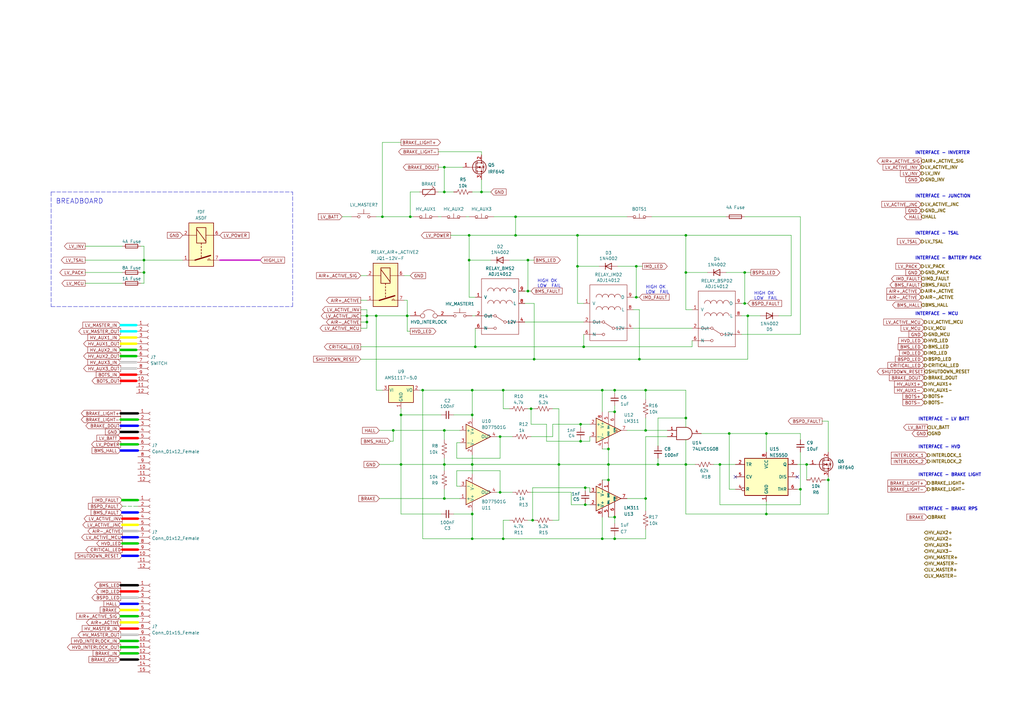
<source format=kicad_sch>
(kicad_sch (version 20211123) (generator eeschema)
  (paper "A3")
  (lib_symbols
    (symbol "74xGxx:74LVC1G08" (pin_names (offset 1.016))
      (property "Reference" "U" (at -2.54 3.81 0))
      (property "Value" "74LVC1G08" (at 0 -3.81 0))
      (symbol "74LVC1G08_1_1"
        (pin input line (at -7.62 1.27 0) (length 3.81) (name "~") (number "1"))
        (pin input line (at -7.62 -1.27 0) (length 3.81) (name "~") (number "2"))
        (pin power_in line (at 0 -2.54 270) (length 0) hide (name "GND") (number "3"))
        (pin output line (at 6.35 0 180) (length 3.81) (name "~") (number "4"))
        (pin power_in line (at 0 2.54 90) (length 0) hide (name "VCC") (number "5"))
      )
    )
    (symbol "Comparator:LM311" (pin_names (offset 0.127))
      (property "Reference" "U" (at 3.81 6.35 0))
      (property "Value" "LM311" (at 3.81 3.81 0))
      (symbol "LM311_1_1"
        (pin passive line (at 0 -7.62 90) (length 5.08) (name "GND") (number "1"))
        (pin input line (at -7.62 2.54 0) (length 2.54) (name "+") (number "2"))
        (pin input line (at -7.62 -2.54 0) (length 2.54) (name "-") (number "3"))
        (pin power_in line (at -2.54 -7.62 90) (length 3.81) (name "V-") (number "4"))
        (pin input line (at 0 7.62 270) (length 5.08) (name "BAL") (number "5"))
        (pin input line (at 2.54 7.62 270) (length 6.35) (name "STRB") (number "6"))
        (pin open_collector line (at 7.62 0 180) (length 2.54) (name "~") (number "7"))
        (pin power_in line (at -2.54 7.62 270) (length 3.81) (name "V+") (number "8"))
      )
    )
    (symbol "Connector:Conn_01x12_Female" (pin_names (offset 1.016) hide)
      (property "Reference" "J" (at 0 15.24 0))
      (property "Value" "Conn_01x12_Female" (at 0 -17.78 0))
      (symbol "Conn_01x12_Female_1_1"
        (pin passive line (at -5.08 12.7 0) (length 3.81) (name "Pin_1") (number "1"))
        (pin passive line (at -5.08 -10.16 0) (length 3.81) (name "Pin_10") (number "10"))
        (pin passive line (at -5.08 -12.7 0) (length 3.81) (name "Pin_11") (number "11"))
        (pin passive line (at -5.08 -15.24 0) (length 3.81) (name "Pin_12") (number "12"))
        (pin passive line (at -5.08 10.16 0) (length 3.81) (name "Pin_2") (number "2"))
        (pin passive line (at -5.08 7.62 0) (length 3.81) (name "Pin_3") (number "3"))
        (pin passive line (at -5.08 5.08 0) (length 3.81) (name "Pin_4") (number "4"))
        (pin passive line (at -5.08 2.54 0) (length 3.81) (name "Pin_5") (number "5"))
        (pin passive line (at -5.08 0 0) (length 3.81) (name "Pin_6") (number "6"))
        (pin passive line (at -5.08 -2.54 0) (length 3.81) (name "Pin_7") (number "7"))
        (pin passive line (at -5.08 -5.08 0) (length 3.81) (name "Pin_8") (number "8"))
        (pin passive line (at -5.08 -7.62 0) (length 3.81) (name "Pin_9") (number "9"))
      )
    )
    (symbol "Connector:Conn_01x15_Female" (pin_names (offset 1.016) hide)
      (property "Reference" "J" (at 0 20.32 0))
      (property "Value" "Conn_01x15_Female" (at 0 -20.32 0))
      (symbol "Conn_01x15_Female_1_1"
        (pin passive line (at -5.08 17.78 0) (length 3.81) (name "Pin_1") (number "1"))
        (pin passive line (at -5.08 -5.08 0) (length 3.81) (name "Pin_10") (number "10"))
        (pin passive line (at -5.08 -7.62 0) (length 3.81) (name "Pin_11") (number "11"))
        (pin passive line (at -5.08 -10.16 0) (length 3.81) (name "Pin_12") (number "12"))
        (pin passive line (at -5.08 -12.7 0) (length 3.81) (name "Pin_13") (number "13"))
        (pin passive line (at -5.08 -15.24 0) (length 3.81) (name "Pin_14") (number "14"))
        (pin passive line (at -5.08 -17.78 0) (length 3.81) (name "Pin_15") (number "15"))
        (pin passive line (at -5.08 15.24 0) (length 3.81) (name "Pin_2") (number "2"))
        (pin passive line (at -5.08 12.7 0) (length 3.81) (name "Pin_3") (number "3"))
        (pin passive line (at -5.08 10.16 0) (length 3.81) (name "Pin_4") (number "4"))
        (pin passive line (at -5.08 7.62 0) (length 3.81) (name "Pin_5") (number "5"))
        (pin passive line (at -5.08 5.08 0) (length 3.81) (name "Pin_6") (number "6"))
        (pin passive line (at -5.08 2.54 0) (length 3.81) (name "Pin_7") (number "7"))
        (pin passive line (at -5.08 0 0) (length 3.81) (name "Pin_8") (number "8"))
        (pin passive line (at -5.08 -2.54 0) (length 3.81) (name "Pin_9") (number "9"))
      )
    )
    (symbol "Device:C_Small" (pin_numbers hide) (pin_names (offset 0.254) hide)
      (property "Reference" "C" (at 0.254 1.778 0))
      (property "Value" "C_Small" (at 0.254 -2.032 0))
      (symbol "C_Small_1_1"
        (pin passive line (at 0 2.54 270) (length 2.032) (name "~") (number "1"))
        (pin passive line (at 0 -2.54 90) (length 2.032) (name "~") (number "2"))
      )
    )
    (symbol "Device:Fuse" (pin_numbers hide) (pin_names (offset 0))
      (property "Reference" "F" (at 2.032 0 90))
      (property "Value" "Fuse" (at -1.905 0 90))
      (symbol "Fuse_1_1"
        (pin passive line (at 0 3.81 270) (length 1.27) (name "~") (number "1"))
        (pin passive line (at 0 -3.81 90) (length 1.27) (name "~") (number "2"))
      )
    )
    (symbol "Device:Jumper" (pin_names (offset 0.762) hide)
      (property "Reference" "JP" (at 0 3.81 0))
      (property "Value" "Device_Jumper" (at 0 -2.032 0))
      (symbol "Jumper_0_1"
        (pin passive line (at -7.62 0 0) (length 4.191) (name "1") (number "1"))
        (pin passive line (at 7.62 0 180) (length 4.191) (name "2") (number "2"))
      )
    )
    (symbol "Device:Q_NMOS_GDS" (pin_names (offset 0) hide)
      (property "Reference" "Q" (at 5.08 1.27 0))
      (property "Value" "Q_NMOS_GDS" (at 5.08 -1.27 0))
      (symbol "Q_NMOS_GDS_1_1"
        (pin input line (at -5.08 0 0) (length 2.54) (name "G") (number "1"))
        (pin passive line (at 2.54 5.08 270) (length 2.54) (name "D") (number "2"))
        (pin passive line (at 2.54 -5.08 90) (length 2.54) (name "S") (number "3"))
      )
    )
    (symbol "Device:RTRIM" (pin_numbers hide) (pin_names (offset 0))
      (property "Reference" "R" (at 2.54 -2.54 90))
      (property "Value" "Device_RTRIM" (at -2.54 -0.635 90))
      (symbol "RTRIM_1_1"
        (pin passive line (at 0 3.81 270) (length 1.27) (name "~") (number "1"))
        (pin passive line (at 0 -3.81 90) (length 1.27) (name "~") (number "2"))
      )
    )
    (symbol "Device:R_US" (pin_numbers hide) (pin_names (offset 0))
      (property "Reference" "R" (at 2.54 0 90))
      (property "Value" "R_US" (at -2.54 0 90))
      (symbol "R_US_1_1"
        (pin passive line (at 0 3.81 270) (length 1.27) (name "~") (number "1"))
        (pin passive line (at 0 -3.81 90) (length 1.27) (name "~") (number "2"))
      )
    )
    (symbol "Diode:1N4001" (pin_numbers hide) (pin_names (offset 1.016) hide)
      (property "Reference" "D" (at 0 2.54 0))
      (property "Value" "1N4001" (at 0 -2.54 0))
      (symbol "1N4001_1_1"
        (pin passive line (at -3.81 0 0) (length 2.54) (name "K") (number "1"))
        (pin passive line (at 3.81 0 180) (length 2.54) (name "A") (number "2"))
      )
    )
    (symbol "LMV7219M5_1" (pin_names (offset 0.127))
      (property "Reference" "U?" (at 1.27 5.08 0))
      (property "Value" "BD77501G" (at 1.27 -5.08 0))
      (symbol "LMV7219M5_1_0_1"
        (pin power_in line (at -2.54 -7.62 90) (length 3.81) (name "V-") (number "2"))
        (pin power_in line (at -2.54 7.62 270) (length 3.81) (name "V+") (number "5"))
      )
      (symbol "LMV7219M5_1_1_1"
        (pin input line (at -7.62 2.54 0) (length 2.54) (name "+") (number "1"))
        (pin input line (at -7.62 -2.54 0) (length 2.54) (name "-") (number "3"))
        (pin output line (at 7.62 0 180) (length 2.54) (name "OUT") (number "4"))
      )
    )
    (symbol "NewThing:ADJ14024" (pin_names (offset 1.016))
      (property "Reference" "U" (at -5.08 27.94 0))
      (property "Value" "NewThing_ADJ14024" (at 0 0 0))
      (symbol "ADJ14024_1_1"
        (pin input line (at 10.16 17.78 180) (length 2.54) (name "V") (number "1"))
        (pin input line (at 10.16 10.16 180) (length 2.54) (name "Out") (number "2"))
        (pin input line (at -10.16 7.62 0) (length 2.54) (name "12V") (number "4"))
        (pin input line (at 10.16 5.08 180) (length 2.54) (name "N") (number "6"))
        (pin input line (at -10.16 15.24 0) (length 2.54) (name "L") (number "8"))
        (pin input line (at -10.16 20.32 0) (length 2.54) (name "D") (number "9"))
      )
    )
    (symbol "Regulator_Linear:AMS1117-5.0" (pin_names (offset 0.254))
      (property "Reference" "U" (at -3.81 3.175 0))
      (property "Value" "AMS1117-5.0" (at 0 3.175 0))
      (symbol "AMS1117-5.0_1_1"
        (pin power_in line (at 0 -7.62 90) (length 2.54) (name "GND") (number "1"))
        (pin power_out line (at 7.62 0 180) (length 2.54) (name "VO") (number "2"))
        (pin power_in line (at -7.62 0 0) (length 2.54) (name "VI") (number "3"))
      )
    )
    (symbol "Relay:DIPxx-1Axx-12x"
      (property "Reference" "K" (at 8.89 3.81 0))
      (property "Value" "DIPxx-1Axx-12x" (at 8.89 1.27 0))
      (symbol "DIPxx-1Axx-12x_1_1"
        (pin passive line (at 5.08 -7.62 90) (length 2.54) (name "~") (number "1"))
        (pin passive line (at -5.08 -7.62 90) (length 2.54) hide (name "~") (number "13"))
        (pin passive line (at 5.08 -7.62 90) (length 2.54) hide (name "~") (number "14"))
        (pin passive line (at -5.08 -7.62 90) (length 2.54) (name "~") (number "2"))
        (pin passive line (at -5.08 7.62 270) (length 2.54) (name "~") (number "6"))
        (pin passive line (at 5.08 7.62 270) (length 2.54) (name "~") (number "7"))
        (pin passive line (at 5.08 7.62 270) (length 2.54) hide (name "~") (number "8"))
      )
    )
    (symbol "Switch:SW_Push" (pin_numbers hide) (pin_names (offset 1.016) hide)
      (property "Reference" "SW" (at 1.27 2.54 0))
      (property "Value" "SW_Push" (at 0 -1.524 0))
      (symbol "SW_Push_0_1"
        (pin passive line (at -5.08 0 0) (length 2.54) (name "1") (number "1"))
        (pin passive line (at 5.08 0 180) (length 2.54) (name "2") (number "2"))
      )
    )
    (symbol "Switch:SW_Push_Open" (pin_numbers hide) (pin_names (offset 1.016) hide)
      (property "Reference" "SW" (at 0 2.54 0))
      (property "Value" "SW_Push_Open" (at 0 -1.905 0))
      (symbol "SW_Push_Open_0_1"
        (pin passive line (at -5.08 0 0) (length 2.54) (name "A") (number "1"))
      )
      (symbol "SW_Push_Open_1_1"
        (pin passive line (at 5.08 0 180) (length 2.54) (name "B") (number "2"))
      )
    )
    (symbol "Timer:NE555D"
      (property "Reference" "U" (at -10.16 8.89 0))
      (property "Value" "NE555D" (at 2.54 8.89 0))
      (symbol "NE555D_0_0"
        (pin power_in line (at 0 -10.16 90) (length 2.54) (name "GND") (number "1"))
        (pin power_in line (at 0 10.16 270) (length 2.54) (name "VCC") (number "8"))
      )
      (symbol "NE555D_1_1"
        (pin input line (at -12.7 5.08 0) (length 3.81) (name "TR") (number "2"))
        (pin output line (at 12.7 5.08 180) (length 3.81) (name "Q") (number "3"))
        (pin input inverted (at -12.7 -5.08 0) (length 3.81) (name "R") (number "4"))
        (pin input line (at -12.7 0 0) (length 3.81) (name "CV") (number "5"))
        (pin input line (at 12.7 -5.08 180) (length 3.81) (name "THR") (number "6"))
        (pin input line (at 12.7 0 180) (length 3.81) (name "DIS") (number "7"))
      )
    )
  )
  (junction (at 205.105 201.93))
  (junction (at 281.305 171.45))
  (junction (at 194.945 142.24))
  (junction (at 150.495 129.54))
  (junction (at 247.015 220.98))
  (junction (at 182.245 176.53))
  (junction (at 236.855 96.52))
  (junction (at 217.805 167.64))
  (junction (at 211.455 88.9))
  (junction (at 238.125 173.99))
  (junction (at 252.095 168.91))
  (junction (at 238.125 180.975))
  (junction (at 193.675 190.5))
  (junction (at 281.305 96.52))
  (junction (at 260.985 109.22))
  (junction (at 193.675 170.18))
  (junction (at 260.985 121.92))
  (junction (at 252.095 220.98))
  (junction (at 182.245 68.58))
  (junction (at 306.705 129.54))
  (junction (at 59.055 111.76))
  (junction (at 192.405 96.52))
  (junction (at 216.535 119.38))
  (junction (at 168.275 88.9))
  (junction (at 264.795 176.53))
  (junction (at 164.465 170.18))
  (junction (at 239.395 142.24))
  (junction (at 236.855 109.22))
  (junction (at 281.305 190.5))
  (junction (at 229.235 190.5))
  (junction (at 264.795 160.02))
  (junction (at 218.44 213.36))
  (junction (at 339.725 196.85))
  (junction (at 173.355 160.02))
  (junction (at 154.305 129.54))
  (junction (at 193.675 210.82))
  (junction (at 167.005 129.54))
  (junction (at 182.245 78.74))
  (junction (at 264.795 204.47))
  (junction (at 211.455 96.52))
  (junction (at 262.255 147.32))
  (junction (at 252.095 212.09))
  (junction (at 305.435 111.76))
  (junction (at 314.325 177.8))
  (junction (at 247.015 160.02))
  (junction (at 281.305 111.76))
  (junction (at 249.555 184.15))
  (junction (at 314.325 210.82))
  (junction (at 150.495 132.08))
  (junction (at 299.085 177.8))
  (junction (at 164.465 190.5))
  (junction (at 269.875 190.5))
  (junction (at 240.03 200.025))
  (junction (at 330.835 190.5))
  (junction (at 156.845 88.9))
  (junction (at 192.405 106.68))
  (junction (at 205.105 179.07))
  (junction (at 193.675 160.02))
  (junction (at 249.555 196.85))
  (junction (at 219.075 147.32))
  (junction (at 59.055 106.68))
  (junction (at 240.03 207.01))
  (junction (at 216.535 106.68))
  (junction (at 305.435 124.46))
  (junction (at 252.095 160.02))
  (junction (at 193.675 220.98))
  (junction (at 328.295 200.66))
  (junction (at 182.245 190.5))
  (junction (at 206.375 160.02))
  (junction (at 161.29 176.53))
  (junction (at 197.485 78.74))
  (junction (at 182.245 204.47))
  (junction (at 249.555 190.5))
  (junction (at 206.375 220.98))
  (junction (at 295.275 190.5))
  (no_connect (at 327.025 195.58))
  (no_connect (at 301.625 195.58))
  (bus_entry (at 557.53 128.27) (size 2.54 2.54))
  (wire (pts (xy 59.055 116.205) (xy 57.785 116.205)))
  (wire (pts (xy 182.245 176.53) (xy 188.595 176.53)))
  (wire (pts (xy 202.565 88.9) (xy 211.455 88.9)))
  (wire (pts (xy 305.435 124.46) (xy 306.705 124.46)))
  (wire (pts (xy 155.575 176.53) (xy 161.29 176.53)))
  (wire (pts (xy 49.53 262.89) (xy 56.515 262.89)) (stroke (width 1) (color 0 194 0 1)))
  (wire (pts (xy 216.535 167.64) (xy 217.805 167.64)))
  (wire (pts (xy 301.625 200.66) (xy 299.085 200.66)))
  (wire (pts (xy 49.53 172.085) (xy 56.515 172.085)) (stroke (width 1) (color 0 194 0 1)))
  (wire (pts (xy 49.53 184.785) (xy 56.515 184.785)) (stroke (width 1) (color 0 0 255 1)))
  (wire (pts (xy 253.365 109.22) (xy 260.985 109.22)))
  (wire (pts (xy 150.495 134.62) (xy 147.955 134.62)))
  (wire (pts (xy 164.465 190.5) (xy 164.465 210.82)))
  (wire (pts (xy 236.855 96.52) (xy 281.305 96.52)))
  (wire (pts (xy 281.305 171.45) (xy 269.875 171.45)))
  (wire (pts (xy 187.325 181.61) (xy 188.595 181.61)))
  (wire (pts (xy 167.005 135.89) (xy 168.275 135.89)))
  (wire (pts (xy 192.405 106.68) (xy 201.295 106.68)))
  (wire (pts (xy 49.53 169.545) (xy 56.515 169.545)) (stroke (width 1) (color 0 0 0 1)))
  (wire (pts (xy 49.53 138.43) (xy 55.88 138.43)) (stroke (width 1) (color 255 255 0 1)))
  (wire (pts (xy 192.405 96.52) (xy 211.455 96.52)))
  (wire (pts (xy 206.375 167.64) (xy 206.375 160.02)))
  (wire (pts (xy 206.375 220.98) (xy 247.015 220.98)))
  (wire (pts (xy 259.715 121.92) (xy 260.985 121.92)))
  (wire (pts (xy 154.305 88.9) (xy 156.845 88.9)))
  (wire (pts (xy 194.945 121.92) (xy 192.405 121.92)))
  (wire (pts (xy 50.165 212.725) (xy 56.515 212.725)) (stroke (width 1) (color 255 0 0 1)))
  (wire (pts (xy 187.325 187.96) (xy 205.105 187.96)))
  (wire (pts (xy 156.845 58.42) (xy 164.465 58.42)))
  (wire (pts (xy 216.535 119.38) (xy 216.535 106.68)))
  (wire (pts (xy 236.855 109.22) (xy 236.855 124.46)))
  (wire (pts (xy 168.275 88.9) (xy 156.845 88.9)))
  (wire (pts (xy 49.53 255.27) (xy 56.515 255.27)) (stroke (width 1) (color 255 255 0 1)))
  (wire (pts (xy 182.245 187.96) (xy 182.245 190.5)))
  (wire (pts (xy 182.245 204.47) (xy 188.595 204.47)))
  (wire (pts (xy 245.745 109.22) (xy 236.855 109.22)))
  (wire (pts (xy 224.155 173.99) (xy 224.155 180.975)))
  (wire (pts (xy 203.835 201.93) (xy 205.105 201.93)))
  (wire (pts (xy 252.095 161.29) (xy 252.095 160.02)))
  (wire (pts (xy 49.53 182.245) (xy 56.515 182.245)) (stroke (width 1) (color 0 194 0 1)))
  (wire (pts (xy 160.02 180.975) (xy 161.29 180.975)))
  (wire (pts (xy 264.795 204.47) (xy 264.795 209.55)))
  (wire (pts (xy 50.165 220.345) (xy 56.515 220.345)) (stroke (width 1) (color 0 0 255 1)))
  (wire (pts (xy 150.495 132.08) (xy 147.955 132.08)))
  (wire (pts (xy 264.795 160.02) (xy 281.305 160.02)))
  (wire (pts (xy 147.955 113.03) (xy 150.495 113.03)))
  (wire (pts (xy 217.805 173.99) (xy 224.155 173.99)))
  (wire (pts (xy 239.395 142.24) (xy 283.845 142.24)))
  (wire (pts (xy 173.355 220.98) (xy 193.675 220.98)))
  (wire (pts (xy 240.03 207.01) (xy 241.935 207.01)))
  (wire (pts (xy 252.095 220.98) (xy 264.795 220.98)))
  (wire (pts (xy 167.005 123.19) (xy 167.005 129.54)))
  (wire (pts (xy 179.705 78.74) (xy 182.245 78.74)))
  (wire (pts (xy 306.705 129.54) (xy 311.785 129.54)))
  (wire (pts (xy 211.455 88.9) (xy 257.175 88.9)))
  (wire (pts (xy 226.695 213.36) (xy 229.235 213.36)))
  (wire (pts (xy 226.695 167.64) (xy 229.235 167.64)))
  (wire (pts (xy 49.53 146.05) (xy 55.88 146.05)) (stroke (width 1) (color 0 194 0 1)))
  (wire (pts (xy 192.405 106.68) (xy 192.405 96.52)))
  (wire (pts (xy 50.165 217.805) (xy 56.515 217.805)) (stroke (width 1) (color 194 194 194 1)))
  (wire (pts (xy 305.435 111.76) (xy 307.975 111.76)))
  (wire (pts (xy 281.305 210.82) (xy 281.305 190.5)))
  (wire (pts (xy 217.805 179.07) (xy 226.695 179.07)))
  (wire (pts (xy 281.305 171.45) (xy 281.305 175.26)))
  (wire (pts (xy 229.235 213.36) (xy 229.235 190.5)))
  (wire (pts (xy 249.555 212.09) (xy 252.095 212.09)))
  (wire (pts (xy 241.935 200.025) (xy 241.935 201.93)))
  (wire (pts (xy 324.485 96.52) (xy 281.305 96.52)))
  (wire (pts (xy 247.015 196.85) (xy 249.555 196.85)))
  (wire (pts (xy 193.675 160.02) (xy 206.375 160.02)))
  (wire (pts (xy 49.53 242.57) (xy 56.515 242.57)) (stroke (width 1) (color 255 0 0 1)))
  (wire (pts (xy 150.495 129.54) (xy 150.495 132.08)))
  (wire (pts (xy 257.175 204.47) (xy 264.795 204.47)))
  (wire (pts (xy 229.235 167.64) (xy 229.235 190.5)))
  (wire (pts (xy 264.795 176.53) (xy 273.685 176.53)))
  (wire (pts (xy 49.53 179.705) (xy 56.515 179.705)) (stroke (width 1) (color 255 0 0 1)))
  (wire (pts (xy 328.295 177.8) (xy 328.295 180.34)))
  (wire (pts (xy 247.015 220.98) (xy 247.015 212.09)))
  (wire (pts (xy 236.855 96.52) (xy 236.855 109.22)))
  (wire (pts (xy 295.275 190.5) (xy 295.275 207.01)))
  (wire (pts (xy 50.165 227.965) (xy 56.515 227.965)) (stroke (width 1) (color 0 0 255 1)))
  (wire (pts (xy 193.675 220.98) (xy 193.675 210.82)))
  (wire (pts (xy 167.005 129.54) (xy 167.005 135.89)))
  (wire (pts (xy 238.125 173.99) (xy 241.935 173.99)))
  (wire (pts (xy 193.675 190.5) (xy 229.235 190.5)))
  (wire (pts (xy 186.055 210.82) (xy 193.675 210.82)))
  (wire (pts (xy 49.53 250.19) (xy 56.515 250.19)) (stroke (width 1) (color 255 255 0 1)))
  (wire (pts (xy 206.375 213.36) (xy 206.375 220.98)))
  (wire (pts (xy 259.715 134.62) (xy 283.845 134.62)))
  (wire (pts (xy 164.465 170.18) (xy 180.975 170.18)))
  (wire (pts (xy 234.315 201.93) (xy 234.315 207.01)))
  (wire (pts (xy 167.005 123.19) (xy 165.735 123.19)))
  (wire (pts (xy 59.055 111.76) (xy 59.055 116.205)))
  (wire (pts (xy 49.53 135.89) (xy 55.88 135.89)) (stroke (width 1) (color 0 255 255 1)))
  (wire (pts (xy 269.875 190.5) (xy 281.305 190.5)))
  (wire (pts (xy 59.055 100.965) (xy 59.055 106.68)))
  (wire (pts (xy 269.875 171.45) (xy 269.875 182.88)))
  (wire (pts (xy 187.325 199.39) (xy 187.325 193.04)))
  (wire (pts (xy 49.53 247.65) (xy 56.515 247.65)) (stroke (width 1) (color 0 0 255 1)))
  (wire (pts (xy 281.305 127) (xy 283.845 127)))
  (wire (pts (xy 156.845 160.02) (xy 154.305 160.02)))
  (wire (pts (xy 238.125 180.34) (xy 238.125 180.975)))
  (wire (pts (xy 327.025 190.5) (xy 330.835 190.5)))
  (wire (pts (xy 216.535 106.68) (xy 208.915 106.68)))
  (wire (pts (xy 304.165 129.54) (xy 306.705 129.54)))
  (wire (pts (xy 168.275 88.9) (xy 169.545 88.9)))
  (wire (pts (xy 193.675 170.18) (xy 193.675 171.45)))
  (wire (pts (xy 241.935 180.975) (xy 241.935 179.07)))
  (wire (pts (xy 219.075 124.46) (xy 219.075 147.32)))
  (wire (pts (xy 147.955 129.54) (xy 150.495 129.54)))
  (wire (pts (xy 247.015 184.15) (xy 249.555 184.15)))
  (wire (pts (xy 193.675 186.69) (xy 193.675 190.5)))
  (wire (pts (xy 140.335 88.9) (xy 144.145 88.9)))
  (wire (pts (xy 164.465 167.64) (xy 164.465 170.18)))
  (wire (pts (xy 264.795 171.45) (xy 264.795 176.53)))
  (wire (pts (xy 182.245 190.5) (xy 193.675 190.5)))
  (wire (pts (xy 106.68 106.68) (xy 90.17 106.68)) (stroke (width 0.5) (color 194 0 194 1)))
  (wire (pts (xy 238.125 173.99) (xy 238.125 175.26)))
  (wire (pts (xy 49.53 177.165) (xy 56.515 177.165)) (stroke (width 1) (color 0 0 0 1)))
  (wire (pts (xy 197.485 73.66) (xy 197.485 78.74)))
  (wire (pts (xy 260.985 121.92) (xy 262.255 121.92)))
  (polyline (pts (xy 20.955 78.74) (xy 20.955 125.73)))
  (wire (pts (xy 281.305 190.5) (xy 285.115 190.5)))
  (wire (pts (xy 260.985 109.22) (xy 260.985 121.92)))
  (polyline (pts (xy 120.015 125.73) (xy 120.015 78.74)))
  (wire (pts (xy 155.575 204.47) (xy 182.245 204.47)))
  (wire (pts (xy 147.955 123.19) (xy 150.495 123.19)))
  (wire (pts (xy 252.095 214.63) (xy 252.095 212.09)))
  (wire (pts (xy 306.705 129.54) (xy 306.705 147.32)))
  (wire (pts (xy 330.835 190.5) (xy 330.835 196.85)))
  (wire (pts (xy 240.03 200.025) (xy 241.935 200.025)))
  (wire (pts (xy 215.265 119.38) (xy 216.535 119.38)))
  (wire (pts (xy 304.165 124.46) (xy 305.435 124.46)))
  (wire (pts (xy 217.805 201.93) (xy 234.315 201.93)))
  (wire (pts (xy 240.03 206.375) (xy 240.03 207.01)))
  (wire (pts (xy 186.055 170.18) (xy 193.675 170.18)))
  (wire (pts (xy 262.255 127) (xy 262.255 147.32)))
  (wire (pts (xy 292.735 190.5) (xy 295.275 190.5)))
  (wire (pts (xy 281.305 111.76) (xy 281.305 127)))
  (wire (pts (xy 247.015 160.02) (xy 247.015 168.91)))
  (wire (pts (xy 50.165 100.965) (xy 34.925 100.965)))
  (wire (pts (xy 338.455 196.85) (xy 339.725 196.85)))
  (wire (pts (xy 226.695 173.99) (xy 238.125 173.99)))
  (wire (pts (xy 182.245 204.47) (xy 182.245 200.66)))
  (wire (pts (xy 226.695 179.07) (xy 226.695 173.99)))
  (wire (pts (xy 249.555 190.5) (xy 269.875 190.5)))
  (wire (pts (xy 194.945 142.24) (xy 239.395 142.24)))
  (wire (pts (xy 328.295 207.01) (xy 328.295 200.66)))
  (wire (pts (xy 239.395 124.46) (xy 236.855 124.46)))
  (wire (pts (xy 193.675 160.02) (xy 193.675 170.18)))
  (wire (pts (xy 314.325 177.8) (xy 314.325 185.42)))
  (wire (pts (xy 193.675 194.31) (xy 193.675 190.5)))
  (wire (pts (xy 168.275 78.74) (xy 172.085 78.74)))
  (wire (pts (xy 173.355 160.02) (xy 193.675 160.02)))
  (wire (pts (xy 281.305 96.52) (xy 281.305 111.76)))
  (wire (pts (xy 150.495 127) (xy 150.495 129.54)))
  (wire (pts (xy 49.53 133.35) (xy 55.88 133.35)) (stroke (width 1) (color 0 255 255 1)))
  (wire (pts (xy 229.235 190.5) (xy 249.555 190.5)))
  (wire (pts (xy 172.085 160.02) (xy 173.355 160.02)))
  (wire (pts (xy 281.305 111.76) (xy 290.195 111.76)))
  (wire (pts (xy 281.305 160.02) (xy 281.305 171.45)))
  (wire (pts (xy 50.165 111.76) (xy 34.925 111.76)))
  (wire (pts (xy 193.675 220.98) (xy 206.375 220.98)))
  (wire (pts (xy 211.455 88.9) (xy 211.455 96.52)))
  (wire (pts (xy 193.675 78.74) (xy 197.485 78.74)))
  (wire (pts (xy 328.295 88.9) (xy 328.295 137.16)))
  (wire (pts (xy 161.29 180.975) (xy 161.29 176.53)))
  (wire (pts (xy 147.955 127) (xy 150.495 127)))
  (wire (pts (xy 314.325 205.74) (xy 314.325 210.82)))
  (wire (pts (xy 215.265 132.08) (xy 239.395 132.08)))
  (wire (pts (xy 216.535 106.68) (xy 219.075 106.68)))
  (wire (pts (xy 193.675 210.82) (xy 193.675 209.55)))
  (wire (pts (xy 328.295 177.8) (xy 314.325 177.8)))
  (wire (pts (xy 49.53 140.97) (xy 55.88 140.97)) (stroke (width 1) (color 255 255 0 1)))
  (wire (pts (xy 49.53 267.97) (xy 56.515 267.97)) (stroke (width 1) (color 0 194 0 1)))
  (wire (pts (xy 50.165 225.425) (xy 56.515 225.425)) (stroke (width 1) (color 255 0 0 1)))
  (wire (pts (xy 206.375 160.02) (xy 247.015 160.02)))
  (wire (pts (xy 324.485 129.54) (xy 324.485 96.52)))
  (wire (pts (xy 150.495 132.08) (xy 150.495 134.62)))
  (wire (pts (xy 314.325 210.82) (xy 281.305 210.82)))
  (wire (pts (xy 49.53 174.625) (xy 56.515 174.625)) (stroke (width 1) (color 0 0 255 1)))
  (wire (pts (xy 281.305 180.34) (xy 281.305 190.5)))
  (wire (pts (xy 59.055 106.68) (xy 59.055 111.76)))
  (wire (pts (xy 205.105 179.07) (xy 210.185 179.07)))
  (wire (pts (xy 49.53 240.03) (xy 56.515 240.03)) (stroke (width 1) (color 0 0 0 1)))
  (wire (pts (xy 179.705 68.58) (xy 182.245 68.58)))
  (wire (pts (xy 259.715 127) (xy 262.255 127)))
  (polyline (pts (xy 20.955 78.74) (xy 120.015 78.74)))
  (wire (pts (xy 205.105 201.93) (xy 210.185 201.93)))
  (wire (pts (xy 224.155 180.975) (xy 238.125 180.975)))
  (wire (pts (xy 215.265 124.46) (xy 219.075 124.46)))
  (wire (pts (xy 217.805 167.64) (xy 217.805 173.99)))
  (wire (pts (xy 218.44 200.025) (xy 240.03 200.025)))
  (wire (pts (xy 50.165 116.205) (xy 34.925 116.205)))
  (wire (pts (xy 164.465 190.5) (xy 182.245 190.5)))
  (wire (pts (xy 182.245 78.74) (xy 186.055 78.74)))
  (wire (pts (xy 252.095 219.71) (xy 252.095 220.98)))
  (wire (pts (xy 314.325 210.82) (xy 339.725 210.82)))
  (wire (pts (xy 203.835 179.07) (xy 205.105 179.07)))
  (wire (pts (xy 217.805 167.64) (xy 219.075 167.64)))
  (wire (pts (xy 339.725 172.72) (xy 339.725 185.42)))
  (wire (pts (xy 208.915 167.64) (xy 206.375 167.64)))
  (wire (pts (xy 50.165 205.105) (xy 56.515 205.105)) (stroke (width 1) (color 0 194 0 1)))
  (wire (pts (xy 234.315 207.01) (xy 240.03 207.01)))
  (wire (pts (xy 252.095 160.02) (xy 264.795 160.02)))
  (wire (pts (xy 319.405 129.54) (xy 324.485 129.54)))
  (wire (pts (xy 194.945 134.62) (xy 194.945 142.24)))
  (wire (pts (xy 167.005 129.54) (xy 168.275 129.54)))
  (wire (pts (xy 197.485 78.74) (xy 201.295 78.74)))
  (wire (pts (xy 208.915 213.36) (xy 206.375 213.36)))
  (wire (pts (xy 182.245 176.53) (xy 182.245 180.34)))
  (wire (pts (xy 249.555 184.15) (xy 249.555 190.5)))
  (wire (pts (xy 50.165 207.645) (xy 56.515 207.645)) (stroke (width 0) (type dash)))
  (wire (pts (xy 154.305 160.02) (xy 154.305 129.54)))
  (wire (pts (xy 168.275 78.74) (xy 168.275 88.9)))
  (wire (pts (xy 305.435 88.9) (xy 328.295 88.9)))
  (wire (pts (xy 150.495 129.54) (xy 154.305 129.54)))
  (wire (pts (xy 260.985 109.22) (xy 263.525 109.22)))
  (wire (pts (xy 49.53 151.13) (xy 55.88 151.13)) (stroke (width 1) (color 194 194 194 1)))
  (wire (pts (xy 193.675 129.54) (xy 194.945 129.54)))
  (wire (pts (xy 328.295 185.42) (xy 328.295 200.66)))
  (wire (pts (xy 264.795 217.17) (xy 264.795 220.98)))
  (wire (pts (xy 269.875 187.96) (xy 269.875 190.5)))
  (wire (pts (xy 49.53 245.11) (xy 56.515 245.11)) (stroke (width 1) (color 194 194 194 1)))
  (wire (pts (xy 295.275 207.01) (xy 328.295 207.01)))
  (wire (pts (xy 49.53 153.67) (xy 55.88 153.67)) (stroke (width 1) (color 255 0 0 1)))
  (wire (pts (xy 184.785 96.52) (xy 192.405 96.52)))
  (wire (pts (xy 179.705 88.9) (xy 180.975 88.9)))
  (wire (pts (xy 249.555 168.91) (xy 252.095 168.91)))
  (wire (pts (xy 187.325 193.04) (xy 205.105 193.04)))
  (wire (pts (xy 156.845 88.9) (xy 156.845 58.42)))
  (wire (pts (xy 297.815 111.76) (xy 305.435 111.76)))
  (wire (pts (xy 218.44 213.36) (xy 219.075 213.36)))
  (wire (pts (xy 240.03 200.025) (xy 240.03 201.295)))
  (wire (pts (xy 182.245 193.04) (xy 182.245 190.5)))
  (wire (pts (xy 49.53 260.35) (xy 56.515 260.35)) (stroke (width 1) (color 194 194 194 1)))
  (wire (pts (xy 287.655 177.8) (xy 299.085 177.8)))
  (wire (pts (xy 299.085 177.8) (xy 314.325 177.8)))
  (wire (pts (xy 328.295 200.66) (xy 327.025 200.66)))
  (wire (pts (xy 192.405 88.9) (xy 191.135 88.9)))
  (wire (pts (xy 205.105 179.07) (xy 205.105 187.96)))
  (wire (pts (xy 34.925 106.68) (xy 59.055 106.68)))
  (wire (pts (xy 218.44 213.36) (xy 218.44 200.025)))
  (wire (pts (xy 49.53 148.59) (xy 55.88 148.59)) (stroke (width 1) (color 194 194 194 1)))
  (wire (pts (xy 147.955 142.24) (xy 194.945 142.24)))
  (wire (pts (xy 187.325 181.61) (xy 187.325 187.96)))
  (wire (pts (xy 299.085 200.66) (xy 299.085 177.8)))
  (wire (pts (xy 216.535 213.36) (xy 218.44 213.36)))
  (wire (pts (xy 252.095 160.02) (xy 247.015 160.02)))
  (wire (pts (xy 211.455 96.52) (xy 236.855 96.52)))
  (wire (pts (xy 273.685 179.07) (xy 264.795 179.07)))
  (wire (pts (xy 49.53 156.21) (xy 55.88 156.21)) (stroke (width 1) (color 255 0 0 1)))
  (wire (pts (xy 164.465 170.18) (xy 164.465 190.5)))
  (wire (pts (xy 49.53 252.73) (xy 56.515 252.73)) (stroke (width 1) (color 0 194 0 1)))
  (wire (pts (xy 337.185 172.72) (xy 339.725 172.72)))
  (wire (pts (xy 49.53 257.81) (xy 56.515 257.81)) (stroke (width 1) (color 255 0 0 1)))
  (wire (pts (xy 257.175 176.53) (xy 264.795 176.53)))
  (wire (pts (xy 262.255 147.32) (xy 306.705 147.32)))
  (wire (pts (xy 155.575 190.5) (xy 164.465 190.5)))
  (wire (pts (xy 264.795 160.02) (xy 264.795 163.83)))
  (wire (pts (xy 50.165 222.885) (xy 56.515 222.885)) (stroke (width 1) (color 0 194 0 1)))
  (wire (pts (xy 49.53 270.51) (xy 56.515 270.51)) (stroke (width 1) (color 0 0 0 1)))
  (wire (pts (xy 197.485 62.23) (xy 179.705 62.23)))
  (wire (pts (xy 205.105 201.93) (xy 205.105 193.04)))
  (wire (pts (xy 49.53 143.51) (xy 55.88 143.51)) (stroke (width 1) (color 0 194 0 1)))
  (wire (pts (xy 164.465 210.82) (xy 180.975 210.82)))
  (wire (pts (xy 57.785 100.965) (xy 59.055 100.965)))
  (wire (pts (xy 154.305 129.54) (xy 167.005 129.54)))
  (wire (pts (xy 182.245 68.58) (xy 189.865 68.58)))
  (wire (pts (xy 305.435 124.46) (xy 305.435 111.76)))
  (wire (pts (xy 238.125 180.975) (xy 241.935 180.975)))
  (wire (pts (xy 339.725 195.58) (xy 339.725 196.85)))
  (wire (pts (xy 50.165 215.265) (xy 56.515 215.265)) (stroke (width 1) (color 255 255 0 1)))
  (wire (pts (xy 328.295 137.16) (xy 304.165 137.16)))
  (wire (pts (xy 219.075 147.32) (xy 262.255 147.32)))
  (wire (pts (xy 187.325 199.39) (xy 188.595 199.39)))
  (wire (pts (xy 197.485 63.5) (xy 197.485 62.23)))
  (wire (pts (xy 295.275 190.5) (xy 301.625 190.5)))
  (wire (pts (xy 239.395 137.16) (xy 239.395 142.24)))
  (wire (pts (xy 49.53 265.43) (xy 56.515 265.43)) (stroke (width 1) (color 0 194 0 1)))
  (wire (pts (xy 267.335 88.9) (xy 297.815 88.9)))
  (wire (pts (xy 249.555 196.85) (xy 249.555 190.5)))
  (wire (pts (xy 59.055 106.68) (xy 74.93 106.68)))
  (wire (pts (xy 182.245 68.58) (xy 182.245 78.74)))
  (wire (pts (xy 330.835 190.5) (xy 332.105 190.5)))
  (wire (pts (xy 264.795 179.07) (xy 264.795 204.47)))
  (wire (pts (xy 165.735 113.03) (xy 168.275 113.03)))
  (wire (pts (xy 252.095 166.37) (xy 252.095 168.91)))
  (wire (pts (xy 161.29 176.53) (xy 182.245 176.53)))
  (wire (pts (xy 173.355 160.02) (xy 173.355 220.98)))
  (wire (pts (xy 252.095 220.98) (xy 247.015 220.98)))
  (wire (pts (xy 339.725 196.85) (xy 339.725 210.82)))
  (polyline (pts (xy 20.955 125.73) (xy 120.015 125.73)))
  (wire (pts (xy 147.955 147.32) (xy 219.075 147.32)))
  (wire (pts (xy 50.165 210.185) (xy 56.515 210.185)) (stroke (width 1) (color 0 0 255 1)))
  (wire (pts (xy 216.535 119.38) (xy 217.805 119.38)))
  (wire (pts (xy 283.845 139.7) (xy 283.845 142.24)))
  (wire (pts (xy 59.055 111.76) (xy 57.785 111.76)))
  (wire (pts (xy 192.405 121.92) (xy 192.405 106.68)))
  (text "INTERFACE - MCU\n" (at 375.285 129.54 0) (effects (font (size 1.27 1.27) (thickness 0.254) bold) (justify left bottom)))
  (text "INTERFACE - BATTERY PACK\n" (at 375.285 106.68 0) (effects (font (size 1.27 1.27) (thickness 0.254) bold) (justify left bottom)))
  (text "HIGH OK\nLOW  FAIL" (at 220.345 118.11 0) (effects (font (size 1.27 1.27)) (justify left bottom)))
  (text "BREADBOARD\n" (at 22.86 83.82 0) (effects (font (size 2 2)) (justify left bottom)))
  (text "HIGH OK\nLOW  FAIL" (at 264.795 120.65 0) (effects (font (size 1.27 1.27)) (justify left bottom)))
  (text "INTERFACE - JUNCTION\n" (at 375.285 81.28 0) (effects (font (size 1.27 1.27) (thickness 0.254) bold) (justify left bottom)))
  (text "INTERFACE - TSAL" (at 375.285 96.52 0) (effects (font (size 1.27 1.27) (thickness 0.254) bold) (justify left bottom)))
  (text "INTERFACE - LV BATT\n" (at 376.555 172.72 0) (effects (font (size 1.27 1.27) (thickness 0.254) bold) (justify left bottom)))
  (text "INTERFACE - INVERTER" (at 375.285 63.5 0) (effects (font (size 1.27 1.27) (thickness 0.254) bold) (justify left bottom)))
  (text "INTERFACE - BRAKE RPS" (at 376.555 209.55 0) (effects (font (size 1.27 1.27) (thickness 0.254) bold) (justify left bottom)))
  (text "INTERFACE - HVD\n" (at 376.555 184.15 0) (effects (font (size 1.27 1.27) (thickness 0.254) bold) (justify left bottom)))
  (text "HIGH OK\nLOW  FAIL" (at 309.245 123.19 0) (effects (font (size 1.27 1.27)) (justify left bottom)))
  (text "INTERFACE - BRAKE LIGHT\n" (at 376.555 195.58 0) (effects (font (size 1.27 1.27) (thickness 0.254) bold) (justify left bottom)))
  (global_label "AIR+_ACTIVE" (shape output) (at 147.955 123.19 180) (property "Intersheet References" "${INTERSHEET_REFS}" (effects hide)))
  (global_label "LV_INV" (shape input) (at 377.825 71.12 180) (property "Intersheet References" "${INTERSHEET_REFS}" (effects hide)))
  (global_label "LV_MCU" (shape output) (at 34.925 116.205 180) (property "Intersheet References" "${INTERSHEET_REFS}" (effects hide)))
  (global_label "LV_ACTIVE_JNC" (shape output) (at 147.955 129.54 180) (property "Intersheet References" "${INTERSHEET_REFS}" (effects hide)))
  (global_label "LV_POWER" (shape input) (at 90.17 96.52 0) (property "Intersheet References" "${INTERSHEET_REFS}" (effects hide)))
  (global_label "AIR+_ACTIVE_SIG" (shape input) (at 49.53 252.73 180) (property "Intersheet References" "${INTERSHEET_REFS}" (effects hide)))
  (global_label "BSPD_LED" (shape output) (at 49.53 245.11 180) (property "Intersheet References" "${INTERSHEET_REFS}" (effects hide)))
  (global_label "LV_MASTER_IN" (shape input) (at 49.53 133.35 180) (property "Intersheet References" "${INTERSHEET_REFS}" (effects hide)))
  (global_label "IMD_LED" (shape output) (at 49.53 242.57 180) (property "Intersheet References" "${INTERSHEET_REFS}" (effects hide)))
  (global_label "BMS_FAULT" (shape input) (at 217.805 119.38 0) (property "Intersheet References" "${INTERSHEET_REFS}" (effects hide)))
  (global_label "LV_BATT" (shape output) (at 380.365 175.26 180) (property "Intersheet References" "${INTERSHEET_REFS}" (effects hide)))
  (global_label "BSPD_FAULT" (shape input) (at 306.705 124.46 0) (property "Intersheet References" "${INTERSHEET_REFS}" (effects hide)))
  (global_label "LV_TSAL" (shape input) (at 377.825 99.06 180) (property "Intersheet References" "${INTERSHEET_REFS}" (effects hide)))
  (global_label "HALL" (shape input) (at 49.53 247.65 180) (property "Intersheet References" "${INTERSHEET_REFS}" (effects hide)))
  (global_label "BRAKE_DOUT" (shape output) (at 179.705 68.58 180) (property "Intersheet References" "${INTERSHEET_REFS}" (effects hide)))
  (global_label "LV_ACTIVE_MCU" (shape input) (at 379.095 132.08 180) (property "Intersheet References" "${INTERSHEET_REFS}" (effects hide)))
  (global_label "AIR-_ACTIVE" (shape output) (at 147.955 132.08 180) (property "Intersheet References" "${INTERSHEET_REFS}" (effects hide)))
  (global_label "AIR-_ACTIVE" (shape output) (at 50.165 217.805 180) (property "Intersheet References" "${INTERSHEET_REFS}" (effects hide)))
  (global_label "AIR+_ACTIVE_SIG" (shape input) (at 147.955 113.03 180) (property "Intersheet References" "${INTERSHEET_REFS}" (effects hide)))
  (global_label "BMS_FAULT" (shape input) (at 50.165 210.185 180) (property "Intersheet References" "${INTERSHEET_REFS}" (effects hide)))
  (global_label "CRITICAL_LED" (shape output) (at 50.165 225.425 180) (property "Intersheet References" "${INTERSHEET_REFS}" (effects hide)))
  (global_label "HV_AUX1-" (shape input) (at 379.095 160.02 180) (property "Intersheet References" "${INTERSHEET_REFS}" (effects hide)))
  (global_label "LV_BATT" (shape input) (at 140.335 88.9 180) (property "Intersheet References" "${INTERSHEET_REFS}" (effects hide)))
  (global_label "HV_AUX1_OUT" (shape output) (at 49.53 140.97 180) (property "Intersheet References" "${INTERSHEET_REFS}" (effects hide)))
  (global_label "BMS_HALL" (shape input) (at 160.02 180.975 180) (property "Intersheet References" "${INTERSHEET_REFS}" (effects hide)))
  (global_label "BMS_HALL" (shape input) (at 49.53 184.785 180) (property "Intersheet References" "${INTERSHEET_REFS}" (effects hide)))
  (global_label "BRAKE_LIGHT+" (shape input) (at 380.365 198.12 180) (property "Intersheet References" "${INTERSHEET_REFS}" (effects hide)))
  (global_label "IMD_LED" (shape output) (at 263.525 109.22 0) (property "Intersheet References" "${INTERSHEET_REFS}" (effects hide)))
  (global_label "BMS_FAULT" (shape output) (at 377.825 116.84 180) (property "Intersheet References" "${INTERSHEET_REFS}" (effects hide)))
  (global_label "BSPD_FAULT" (shape input) (at 50.165 207.645 180) (property "Intersheet References" "${INTERSHEET_REFS}" (effects hide)))
  (global_label "BRAKE_LIGHT+" (shape output) (at 49.53 169.545 180) (property "Intersheet References" "${INTERSHEET_REFS}" (effects hide)))
  (global_label "BOTS+" (shape input) (at 379.095 162.56 180) (property "Intersheet References" "${INTERSHEET_REFS}" (effects hide)))
  (global_label "BMS_LED" (shape output) (at 219.075 106.68 0) (property "Intersheet References" "${INTERSHEET_REFS}" (effects hide)))
  (global_label "BRAKE" (shape input) (at 155.575 204.47 180) (property "Intersheet References" "${INTERSHEET_REFS}" (effects hide)))
  (global_label "BRAKE" (shape input) (at 49.53 250.19 180) (property "Intersheet References" "${INTERSHEET_REFS}" (effects hide)))
  (global_label "LV_ACTIVE_INV" (shape output) (at 147.955 127 180) (property "Intersheet References" "${INTERSHEET_REFS}" (effects hide)))
  (global_label "BRAKE_OUT" (shape input) (at 49.53 270.51 180) (property "Intersheet References" "${INTERSHEET_REFS}" (effects hide)))
  (global_label "HV_AUX1_IN" (shape input) (at 49.53 138.43 180) (property "Intersheet References" "${INTERSHEET_REFS}" (effects hide)))
  (global_label "GND" (shape input) (at 168.275 113.03 0) (property "Intersheet References" "${INTERSHEET_REFS}" (effects hide)))
  (global_label "BRAKE_LIGHT-" (shape output) (at 179.705 62.23 180) (property "Intersheet References" "${INTERSHEET_REFS}" (effects hide)))
  (global_label "LV_MASTER_OUT" (shape output) (at 49.53 135.89 180) (property "Intersheet References" "${INTERSHEET_REFS}" (effects hide)))
  (global_label "IMD_FAULT" (shape input) (at 262.255 121.92 0) (property "Intersheet References" "${INTERSHEET_REFS}" (effects hide)))
  (global_label "IMD_FAULT" (shape input) (at 50.165 205.105 180) (property "Intersheet References" "${INTERSHEET_REFS}" (effects hide)))
  (global_label "AIR+_ACTIVE_SIG" (shape output) (at 377.825 66.04 180) (property "Intersheet References" "${INTERSHEET_REFS}" (effects hide)))
  (global_label "GND" (shape input) (at 377.825 111.76 180) (property "Intersheet References" "${INTERSHEET_REFS}" (effects hide)))
  (global_label "BRAKE_DOUT" (shape output) (at 49.53 174.625 180) (property "Intersheet References" "${INTERSHEET_REFS}" (effects hide)))
  (global_label "CRITICAL_LED" (shape output) (at 147.955 142.24 180) (property "Intersheet References" "${INTERSHEET_REFS}" (effects hide)))
  (global_label "HVD_INTERLOCK_IN" (shape input) (at 49.53 262.89 180) (property "Intersheet References" "${INTERSHEET_REFS}" (effects hide)))
  (global_label "LV_ACTIVE_JNC" (shape output) (at 50.165 215.265 180) (property "Intersheet References" "${INTERSHEET_REFS}" (effects hide)))
  (global_label "BMS_HALL" (shape output) (at 377.825 125.095 180) (property "Intersheet References" "${INTERSHEET_REFS}" (effects hide)))
  (global_label "LV_ACTIVE_INV" (shape input) (at 377.825 68.58 180) (property "Intersheet References" "${INTERSHEET_REFS}" (effects hide)))
  (global_label "GND" (shape input) (at 377.825 73.66 180) (property "Intersheet References" "${INTERSHEET_REFS}" (effects hide)))
  (global_label "IMD_LED" (shape input) (at 379.095 144.78 180) (property "Intersheet References" "${INTERSHEET_REFS}" (effects hide)))
  (global_label "SHUTDOWN_RESET" (shape output) (at 379.095 152.4 180) (property "Intersheet References" "${INTERSHEET_REFS}" (effects hide)))
  (global_label "LV_ACTIVE_INV" (shape output) (at 50.165 212.725 180) (property "Intersheet References" "${INTERSHEET_REFS}" (effects hide)))
  (global_label "BRAKE_LIGHT-" (shape input) (at 380.365 200.66 180) (property "Intersheet References" "${INTERSHEET_REFS}" (effects hide)))
  (global_label "GND" (shape output) (at 380.365 177.8 180) (property "Intersheet References" "${INTERSHEET_REFS}" (effects hide)))
  (global_label "BRAKE_IN" (shape input) (at 49.53 267.97 180) (property "Intersheet References" "${INTERSHEET_REFS}" (effects hide)))
  (global_label "LV_MCU" (shape input) (at 379.095 134.62 180) (property "Intersheet References" "${INTERSHEET_REFS}" (effects hide)))
  (global_label "HV_AUX3_IN" (shape input) (at 49.53 148.59 180) (property "Intersheet References" "${INTERSHEET_REFS}" (effects hide)))
  (global_label "GND" (shape input) (at 74.93 96.52 180) (property "Intersheet References" "${INTERSHEET_REFS}" (effects hide)))
  (global_label "LV_INV" (shape output) (at 34.925 100.965 180) (property "Intersheet References" "${INTERSHEET_REFS}" (effects hide)))
  (global_label "LV_PACK" (shape input) (at 377.825 109.22 180) (property "Intersheet References" "${INTERSHEET_REFS}" (effects hide)))
  (global_label "LV_ACTIVE_JNC" (shape input) (at 377.825 83.82 180) (property "Intersheet References" "${INTERSHEET_REFS}" (effects hide)))
  (global_label "LV_ACTIVE_MCU" (shape output) (at 147.955 134.62 180) (property "Intersheet References" "${INTERSHEET_REFS}" (effects hide)))
  (global_label "LV_ACTIVE_MCU" (shape output) (at 50.165 220.345 180) (property "Intersheet References" "${INTERSHEET_REFS}" (effects hide)))
  (global_label "CRITICAL_LED" (shape input) (at 379.095 149.86 180) (property "Intersheet References" "${INTERSHEET_REFS}" (effects hide)))
  (global_label "BRAKE" (shape input) (at 380.365 212.09 180) (property "Intersheet References" "${INTERSHEET_REFS}" (effects hide)))
  (global_label "BMS_LED" (shape output) (at 49.53 240.03 180) (property "Intersheet References" "${INTERSHEET_REFS}" (effects hide)))
  (global_label "LV_PACK" (shape output) (at 34.925 111.76 180) (property "Intersheet References" "${INTERSHEET_REFS}" (effects hide)))
  (global_label "AIR+_ACTIVE" (shape input) (at 377.825 119.38 180) (property "Intersheet References" "${INTERSHEET_REFS}" (effects hide)))
  (global_label "HIGH_LV" (shape input) (at 106.68 106.68 0) (property "Intersheet References" "${INTERSHEET_REFS}" (effects hide)))
  (global_label "GND" (shape input) (at 379.095 137.16 180) (property "Intersheet References" "${INTERSHEET_REFS}" (effects hide)))
  (global_label "BMS_LED" (shape input) (at 379.095 142.24 180) (property "Intersheet References" "${INTERSHEET_REFS}" (effects hide)))
  (global_label "LV_POWER" (shape output) (at 184.785 96.52 180) (property "Intersheet References" "${INTERSHEET_REFS}" (effects hide)))
  (global_label "GND" (shape input) (at 377.825 86.36 180) (property "Intersheet References" "${INTERSHEET_REFS}" (effects hide)))
  (global_label "HV_MASTER_OUT" (shape output) (at 49.53 260.35 180) (property "Intersheet References" "${INTERSHEET_REFS}" (effects hide)))
  (global_label "HV_AUX3_OUT" (shape output) (at 49.53 151.13 180) (property "Intersheet References" "${INTERSHEET_REFS}" (effects hide)))
  (global_label "HVD_LED" (shape output) (at 168.275 135.89 0) (property "Intersheet References" "${INTERSHEET_REFS}" (effects hide)))
  (global_label "BRAKE_LIGHT+" (shape output) (at 164.465 58.42 0) (property "Intersheet References" "${INTERSHEET_REFS}" (effects hide)))
  (global_label "HALL" (shape output) (at 377.825 88.9 180) (property "Intersheet References" "${INTERSHEET_REFS}" (effects hide)))
  (global_label "BRAKE_DOUT" (shape input) (at 379.095 154.94 180) (property "Intersheet References" "${INTERSHEET_REFS}" (effects hide)))
  (global_label "LV_POWER" (shape output) (at 49.53 182.245 180) (property "Intersheet References" "${INTERSHEET_REFS}" (effects hide)))
  (global_label "SHUTDOWN_RESET" (shape input) (at 147.955 147.32 180) (property "Intersheet References" "${INTERSHEET_REFS}" (effects hide)))
  (global_label "HV_MASTER_IN" (shape input) (at 49.53 257.81 180) (property "Intersheet References" "${INTERSHEET_REFS}" (effects hide)))
  (global_label "AIR-_ACTIVE" (shape input) (at 377.825 121.92 180) (property "Intersheet References" "${INTERSHEET_REFS}" (effects hide)))
  (global_label "HV_AUX2_OUT" (shape output) (at 49.53 146.05 180) (property "Intersheet References" "${INTERSHEET_REFS}" (effects hide)))
  (global_label "BSPD_LED" (shape input) (at 379.095 147.32 180) (property "Intersheet References" "${INTERSHEET_REFS}" (effects hide)))
  (global_label "INTERLOCK_2" (shape input) (at 380.365 189.23 180) (property "Intersheet References" "${INTERSHEET_REFS}" (effects hide)))
  (global_label "INTERLOCK_1" (shape input) (at 380.365 186.69 180) (property "Intersheet References" "${INTERSHEET_REFS}" (effects hide)))
  (global_label "SHUTDOWN_RESET" (shape input) (at 50.165 227.965 180) (property "Intersheet References" "${INTERSHEET_REFS}" (effects hide)))
  (global_label "GND" (shape input) (at 155.575 190.5 180) (property "Intersheet References" "${INTERSHEET_REFS}" (effects hide)))
  (global_label "BSPD_FAULT" (shape output) (at 337.185 172.72 180) (property "Intersheet References" "${INTERSHEET_REFS}" (effects hide)))
  (global_label "BOTS_OUT" (shape output) (at 49.53 156.21 180) (property "Intersheet References" "${INTERSHEET_REFS}" (effects hide)))
  (global_label "BOTS_IN" (shape input) (at 49.53 153.67 180) (property "Intersheet References" "${INTERSHEET_REFS}" (effects hide)))
  (global_label "HV_AUX1+" (shape input) (at 379.095 157.48 180) (property "Intersheet References" "${INTERSHEET_REFS}" (effects hide)))
  (global_label "GND" (shape input) (at 201.295 78.74 0) (property "Intersheet References" "${INTERSHEET_REFS}" (effects hide)))
  (global_label "BRAKE_LIGHT-" (shape output) (at 49.53 172.085 180) (property "Intersheet References" "${INTERSHEET_REFS}" (effects hide)))
  (global_label "HV_AUX2_IN" (shape input) (at 49.53 143.51 180) (property "Intersheet References" "${INTERSHEET_REFS}" (effects hide)))
  (global_label "LV_BATT" (shape input) (at 49.53 179.705 180) (property "Intersheet References" "${INTERSHEET_REFS}" (effects hide)))
  (global_label "HVD_LED" (shape input) (at 379.095 139.7 180) (property "Intersheet References" "${INTERSHEET_REFS}" (effects hide)))
  (global_label "IMD_FAULT" (shape output) (at 377.825 114.3 180) (property "Intersheet References" "${INTERSHEET_REFS}" (effects hide)))
  (global_label "HALL" (shape input) (at 155.575 176.53 180) (property "Intersheet References" "${INTERSHEET_REFS}" (effects hide)))
  (global_label "LV_TSAL" (shape output) (at 34.925 106.68 180) (property "Intersheet References" "${INTERSHEET_REFS}" (effects hide)))
  (global_label "BSPD_LED" (shape output) (at 307.975 111.76 0) (property "Intersheet References" "${INTERSHEET_REFS}" (effects hide)))
  (global_label "BOTS-" (shape input) (at 379.095 165.1 180) (property "Intersheet References" "${INTERSHEET_REFS}" (effects hide)))
  (global_label "GND" (shape input) (at 49.53 177.165 180) (property "Intersheet References" "${INTERSHEET_REFS}" (effects hide)))
  (global_label "AIR+_ACTIVE" (shape output) (at 49.53 255.27 180) (property "Intersheet References" "${INTERSHEET_REFS}" (effects hide)))
  (global_label "HVD_INTERLOCK_OUT" (shape output) (at 49.53 265.43 180) (property "Intersheet References" "${INTERSHEET_REFS}" (effects hide)))
  (global_label "HVD_LED" (shape output) (at 50.165 222.885 180) (property "Intersheet References" "${INTERSHEET_REFS}" (effects hide)))
  (hierarchical_label "HV_AUX1-" (shape output) (at 379.095 160.02 0) (effects (font (thickness 0.254) bold)))
  (hierarchical_label "LV_ACTIVE_INV" (shape output) (at 377.825 68.58 0) (effects (font (thickness 0.254) bold)))
  (hierarchical_label "BOTS-" (shape output) (at 379.095 165.1 0) (effects (font (thickness 0.254) bold)))
  (hierarchical_label "BMS_FAULT" (shape input) (at 377.825 116.84 0) (effects (font (thickness 0.254) bold)))
  (hierarchical_label "GND_INV" (shape output) (at 377.825 73.66 0) (effects (font (thickness 0.254) bold)))
  (hierarchical_label "CRITICAL_LED" (shape output) (at 379.095 149.86 0) (effects (font (thickness 0.254) bold)))
  (hierarchical_label "HV_AUX3-" (shape input) (at 379.095 226.06 0) (effects (font (thickness 0.254) bold)))
  (hierarchical_label "LV_TSAL" (shape output) (at 377.825 99.06 0) (effects (font (thickness 0.254) bold)))
  (hierarchical_label "HV_AUX1+" (shape output) (at 379.095 157.48 0) (effects (font (thickness 0.254) bold)))
  (hierarchical_label "GND" (shape input) (at 380.365 177.8 0) (effects (font (thickness 0.254) bold)))
  (hierarchical_label "IMD_FAULT" (shape input) (at 377.825 114.3 0) (effects (font (thickness 0.254) bold)))
  (hierarchical_label "BOTS+" (shape output) (at 379.095 162.56 0) (effects (font (thickness 0.254) bold)))
  (hierarchical_label "BRAKE_DOUT" (shape output) (at 379.095 154.94 0) (effects (font (thickness 0.254) bold)))
  (hierarchical_label "SHUTDOWN_RESET" (shape input) (at 379.095 152.4 0) (effects (font (thickness 0.254) bold)))
  (hierarchical_label "HV_AUX2+" (shape input) (at 379.095 218.44 0) (effects (font (thickness 0.254) bold)))
  (hierarchical_label "HV_MASTER+" (shape input) (at 379.095 228.6 0) (effects (font (thickness 0.254) bold)))
  (hierarchical_label "IMD_LED" (shape output) (at 379.095 144.78 0) (effects (font (thickness 0.254) bold)))
  (hierarchical_label "HALL" (shape input) (at 377.825 88.9 0) (effects (font bold)))
  (hierarchical_label "INTERLOCK_1" (shape output) (at 380.365 186.69 0) (effects (font (thickness 0.254) bold)))
  (hierarchical_label "AIR+_ACTIVE" (shape output) (at 377.825 119.38 0) (effects (font (thickness 0.254) bold)))
  (hierarchical_label "LV_ACTIVE_MCU" (shape output) (at 379.095 132.08 0) (effects (font (thickness 0.254) bold)))
  (hierarchical_label "BRAKE_LIGHT-" (shape output) (at 380.365 200.66 0) (effects (font (thickness 0.254) bold)))
  (hierarchical_label "INTERLOCK_2" (shape output) (at 380.365 189.23 0) (effects (font (thickness 0.254) bold)))
  (hierarchical_label "AIR+_ACTIVE_SIG" (shape input) (at 377.825 66.04 0) (effects (font (thickness 0.254) bold)))
  (hierarchical_label "HV_AUX2-" (shape input) (at 379.095 220.98 0) (effects (font (thickness 0.254) bold)))
  (hierarchical_label "HVD_LED" (shape output) (at 379.095 139.7 0) (effects (font (thickness 0.254) bold)))
  (hierarchical_label "LV_PACK" (shape output) (at 377.825 109.22 0) (effects (font (thickness 0.254) bold)))
  (hierarchical_label "GND_JNC" (shape output) (at 377.825 86.36 0) (effects (font (thickness 0.254) bold)))
  (hierarchical_label "LV_INV" (shape output) (at 377.825 71.12 0) (effects (font (thickness 0.254) bold)))
  (hierarchical_label "GND_MCU" (shape output) (at 379.095 137.16 0) (effects (font (thickness 0.254) bold)))
  (hierarchical_label "BRAKE_LIGHT+" (shape output) (at 380.365 198.12 0) (effects (font (thickness 0.254) bold)))
  (hierarchical_label "BSPD_LED" (shape output) (at 379.095 147.32 0) (effects (font (thickness 0.254) bold)))
  (hierarchical_label "LV_MASTER-" (shape input) (at 379.095 236.22 0) (effects (font (thickness 0.254) bold)))
  (hierarchical_label "LV_MASTER+" (shape input) (at 379.095 233.68 0) (effects (font (thickness 0.254) bold)))
  (hierarchical_label "LV_MCU" (shape output) (at 379.095 134.62 0) (effects (font (thickness 0.254) bold)))
  (hierarchical_label "HV_AUX3+" (shape input) (at 379.095 223.52 0) (effects (font (thickness 0.254) bold)))
  (hierarchical_label "LV_ACTIVE_JNC" (shape output) (at 377.825 83.82 0) (effects (font (thickness 0.254) bold)))
  (hierarchical_label "AIR-_ACTIVE" (shape output) (at 377.825 121.92 0) (effects (font (thickness 0.254) bold)))
  (hierarchical_label "GND_PACK" (shape output) (at 377.825 111.76 0) (effects (font (thickness 0.254) bold)))
  (hierarchical_label "BMS_LED" (shape output) (at 379.095 142.24 0) (effects (font (thickness 0.254) bold)))
  (hierarchical_label "HV_MASTER-" (shape input) (at 379.095 231.14 0) (effects (font (thickness 0.254) bold)))
  (hierarchical_label "LV_BATT" (shape input) (at 380.365 175.26 0) (effects (font (thickness 0.254) bold)))
  (hierarchical_label "BRAKE" (shape input) (at 380.365 212.09 0) (effects (font (thickness 0.254) bold)))
  (hierarchical_label "BMS_HALL" (shape input) (at 377.825 125.095 0) (effects (font (thickness 0.254) bold)))
  (symbol (lib_id "Connector:Conn_01x12_Female") (at 60.96 146.05 0) (unit 1)
    (property "Reference" "J?" (at 61.6712 146.4853 0) (effects (justify left)))
    (property "Value" "SWITCH" (at 61.6712 149.0222 0) (effects (justify left)))
    (property "Footprint" "Library:5600201220" (effects hide))
  )
  (symbol (lib_id "Device:R_US") (at 264.795 167.64 0) (mirror x) (unit 1)
    (property "Reference" "R16" (at 269.875 166.37 0) (effects (justify right)))
    (property "Value" "10k" (at 269.875 168.91 0) (effects (justify right)))
  )
  (symbol (lib_id "Device:Fuse") (at 301.625 88.9 90) (unit 1)
    (property "Reference" "F?" (effects hide))
    (property "Value" "4A Fuse" (at 301.625 85.09 90))
  )
  (symbol (lib_id "Switch:SW_Push_Open") (at 262.255 88.9 0) (unit 1)
    (property "Reference" "BOTS1" (at 262.255 85.7504 0))
    (property "Value" "SW_DPST_x2" (effects hide))
  )
  (symbol (lib_id "Device:C_Small") (at 238.125 177.8 0) (unit 1)
    (property "Reference" "C4" (at 235.801 178.7149 0) (effects (justify right)))
    (property "Value" "1nF" (at 234.315 176.53 0))
  )
  (symbol (lib_id "Relay:DIPxx-1Axx-12x") (at 82.55 101.6 270) (unit 1)
    (property "Reference" "fDF" (at 82.55 87.63 90) (effects (justify bottom)))
    (property "Value" "ASDF" (at 82.55 90.17 90) (effects (justify bottom)))
    (property "Footprint" "Relay_THT:Relay_StandexMeder_DIP_LowProfile" (effects hide))
    (property "Datasheet" "https://standexelectronics.com/wp-content/uploads/datasheet_reed_relay_DIP.pdf" (effects hide))
  )
  (symbol (lib_id "Switch:SW_Push") (at 188.595 129.54 0) (unit 1)
    (property "Reference" "HV_MASTER1" (at 188.595 124.6378 0))
    (property "Value" "SW_DPST_x2" (effects hide))
  )
  (symbol (lib_id "Device:R_US") (at 334.645 196.85 90) (unit 1)
    (property "Reference" "R6" (at 334.645 201.93 90))
    (property "Value" "10k" (at 334.645 199.39 90))
  )
  (symbol (lib_id "Device:C_Small") (at 252.095 217.17 0) (mirror x) (unit 1)
    (property "Reference" "C7" (at 254.4191 218.0722 0) (effects (justify left)))
    (property "Value" "1uF" (at 254.4191 215.2971 0) (effects (justify left)))
  )
  (symbol (lib_id "Device:Fuse") (at 53.975 100.965 90) (unit 1)
    (property "Reference" "F3" (effects hide))
    (property "Value" "4A Fuse" (at 53.975 99.06 90))
  )
  (symbol (lib_id "Device:R_US") (at 189.865 78.74 270) (unit 1)
    (property "Reference" "R5" (at 189.865 73.66 90))
    (property "Value" "10k" (at 189.865 76.2 90))
    (property "Footprint" "Resistor_THT:R_Axial_DIN0204_L3.6mm_D1.6mm_P5.08mm_Horizontal" (effects hide))
  )
  (symbol (lib_id "Device:R_US") (at 222.885 167.64 270) (unit 1)
    (property "Reference" "R14" (at 222.885 162.56 90))
    (property "Value" "5.2k" (at 222.885 165.1 90))
    (property "Footprint" "Resistor_THT:R_Axial_DIN0204_L3.6mm_D1.6mm_P5.08mm_Horizontal" (effects hide))
  )
  (symbol (lib_id "Device:R_US") (at 212.725 213.36 270) (mirror x) (unit 1)
    (property "Reference" "R11" (at 212.725 218.44 90))
    (property "Value" "4.7k" (at 212.725 215.9 90))
    (property "Footprint" "Resistor_THT:R_Axial_DIN0204_L3.6mm_D1.6mm_P5.08mm_Horizontal" (effects hide))
  )
  (symbol (lib_id "Timer:NE555D") (at 314.325 195.58 0) (unit 1)
    (property "Reference" "U15" (at 315.595 184.15 0) (effects (justify left)))
    (property "Value" "NE555D" (at 315.595 186.69 0) (effects (justify left)))
    (property "Footprint" "Package_SO:SOIC-8_3.9x4.9mm_P1.27mm" (effects hide))
    (property "Datasheet" "http://www.ti.com/lit/ds/symlink/ne555.pdf" (effects hide))
  )
  (symbol (lib_id "Device:R_US") (at 182.245 196.85 0) (mirror x) (unit 1)
    (property "Reference" "R9" (at 179.705 198.12 0) (effects (justify right)))
    (property "Value" "10k" (at 179.705 195.58 0) (effects (justify right)))
  )
  (symbol (lib_id "Device:C_Small") (at 328.295 182.88 0) (unit 1)
    (property "Reference" "C9" (at 330.835 181.6162 0) (effects (justify left)))
    (property "Value" "10uF" (at 330.835 184.1562 0) (effects (justify left)))
  )
  (symbol (lib_id "Device:R_US") (at 264.795 213.36 0) (mirror x) (unit 1)
    (property "Reference" "R17" (at 269.875 212.09 0) (effects (justify right)))
    (property "Value" "10k" (at 269.875 214.63 0) (effects (justify right)))
  )
  (symbol (lib_id "Device:R_US") (at 222.885 213.36 270) (mirror x) (unit 1)
    (property "Reference" "R15" (at 222.885 218.44 90))
    (property "Value" "5.2k" (at 222.885 215.9 90))
    (property "Footprint" "Resistor_THT:R_Axial_DIN0204_L3.6mm_D1.6mm_P5.08mm_Horizontal" (effects hide))
  )
  (symbol (lib_id "Device:R_US") (at 213.995 201.93 270) (mirror x) (unit 1)
    (property "Reference" "R13" (at 212.725 207.01 90) (effects (justify left)))
    (property "Value" "1k" (at 213.995 204.47 90))
    (property "Footprint" "Resistor_THT:R_Axial_DIN0204_L3.6mm_D1.6mm_P5.08mm_Horizontal" (effects hide))
  )
  (symbol (lib_id "Device:C_Small") (at 183.515 170.18 90) (mirror x) (unit 1)
    (property "Reference" "C2" (at 183.515 164.3634 90))
    (property "Value" "100nF" (at 183.515 166.6748 90))
    (property "Footprint" "Capacitor_THT:CP_Axial_L10.0mm_D4.5mm_P15.00mm_Horizontal" (effects hide))
  )
  (symbol (lib_name "LMV7219M5_1") (lib_id "Comparator:LMV7219M5") (at 196.215 179.07 0) (unit 1)
    (property "Reference" "U10" (at 197.485 172.72 0) (effects (justify left)))
    (property "Value" "BD77501G" (at 197.485 175.26 0) (effects (justify left)))
    (property "Footprint" "Package_TO_SOT_SMD:SOT-23-5" (effects hide))
    (property "Datasheet" "https://www.ti.com/lit/ds/symlink/lmv7219.pdf" (effects hide))
  )
  (symbol (lib_id "Device:RTRIM") (at 175.895 78.74 270) (mirror x) (unit 1)
    (property "Reference" "R3" (effects hide))
    (property "Value" "BRAKE" (at 175.895 76.2 90) (effects (justify top)))
  )
  (symbol (lib_id "Switch:SW_Push_Open") (at 174.625 88.9 0) (unit 1)
    (property "Reference" "HV_AUX1" (at 174.625 85.7504 0))
    (property "Value" "SW_DPST_x2" (effects hide))
  )
  (symbol (lib_id "Diode:1N4001") (at 205.105 106.68 0) (mirror x) (unit 1)
    (property "Reference" "D2" (at 205.105 101.1682 0))
    (property "Value" "1N4002" (at 205.105 103.4796 0))
    (property "Footprint" "Diode_THT:D_DO-41_SOD81_P10.16mm_Horizontal" (effects hide))
    (property "Datasheet" "http://www.vishay.com/docs/88503/1n4001.pdf" (effects hide))
  )
  (symbol (lib_id "Comparator:LM311") (at 249.555 176.53 0) (unit 1)
    (property "Reference" "U12" (at 255.905 170.18 0) (effects (justify left)))
    (property "Value" "LM311" (at 255.905 172.72 0) (effects (justify left)))
    (property "Datasheet" "https://www.st.com/resource/en/datasheet/lm311.pdf" (effects hide))
  )
  (symbol (lib_id "Device:Fuse") (at 53.975 111.76 90) (unit 1)
    (property "Reference" "F5" (effects hide))
    (property "Value" "8A Fuse" (at 53.975 109.855 90))
  )
  (symbol (lib_id "Connector:Conn_01x15_Female") (at 61.595 257.81 0) (unit 1)
    (property "Reference" "J?" (at 62.3062 256.9753 0) (effects (justify left)))
    (property "Value" "Conn_01x15_Female" (at 62.3062 259.5122 0) (effects (justify left)))
    (property "Footprint" "Library:5600201520" (effects hide))
  )
  (symbol (lib_id "Device:R_US") (at 182.245 184.15 0) (unit 1)
    (property "Reference" "R8" (at 179.705 182.88 0) (effects (justify right)))
    (property "Value" "10k" (at 179.705 185.42 0) (effects (justify right)))
  )
  (symbol (lib_id "Device:C_Small") (at 240.03 203.835 0) (unit 1)
    (property "Reference" "C5" (at 237.706 204.7499 0) (effects (justify right)))
    (property "Value" "1nF" (at 236.22 202.565 0))
  )
  (symbol (lib_id "Switch:SW_Push_Open") (at 186.055 88.9 0) (unit 1)
    (property "Reference" "HV_AUX2" (at 186.055 85.7504 0))
    (property "Value" "SW_DPST_x2" (effects hide))
  )
  (symbol (lib_id "Regulator_Linear:AMS1117-5.0") (at 164.465 160.02 0) (unit 1)
    (property "Reference" "U9" (at 164.465 152.4 0))
    (property "Value" "AMS1117-5.0" (at 164.465 154.94 0))
    (property "Footprint" "Package_TO_SOT_SMD:SOT-223-3_TabPin2" (effects hide))
    (property "Datasheet" "http://www.advanced-monolithic.com/pdf/ds1117.pdf" (effects hide))
  )
  (symbol (lib_id "Diode:1N4001") (at 315.595 129.54 0) (mirror y) (unit 1)
    (property "Reference" "D5" (at 315.595 135.0518 0))
    (property "Value" "1N4002" (at 315.595 132.7404 0))
    (property "Footprint" "Diode_THT:D_DO-41_SOD81_P10.16mm_Horizontal" (effects hide))
    (property "Datasheet" "http://www.vishay.com/docs/88503/1n4001.pdf" (effects hide))
  )
  (symbol (lib_name "LMV7219M5_1") (lib_id "Comparator:LMV7219M5") (at 196.215 201.93 0) (mirror x) (unit 1)
    (property "Reference" "U11" (at 197.485 208.28 0) (effects (justify left)))
    (property "Value" "BD77501G" (at 197.485 205.74 0) (effects (justify left)))
    (property "Footprint" "Package_TO_SOT_SMD:SOT-23-5" (effects hide))
    (property "Datasheet" "https://www.ti.com/lit/ds/symlink/lmv7219.pdf" (effects hide))
  )
  (symbol (lib_id "Device:C_Small") (at 183.515 210.82 90) (unit 1)
    (property "Reference" "C3" (at 183.515 216.6366 90))
    (property "Value" "100nF" (at 183.515 214.3252 90))
    (property "Footprint" "Capacitor_THT:CP_Axial_L10.0mm_D4.5mm_P15.00mm_Horizontal" (effects hide))
  )
  (symbol (lib_id "Device:Fuse") (at 53.975 116.205 90) (unit 1)
    (property "Reference" "F6" (effects hide))
    (property "Value" "1A Fuse" (at 53.975 114.3 90))
  )
  (symbol (lib_id "Device:Jumper") (at 175.895 129.54 0) (unit 1)
    (property "Reference" "JP2" (effects hide))
    (property "Value" "HVD_INTERLOCK" (at 175.895 132.08 0))
  )
  (symbol (lib_id "Connector:Conn_01x12_Female") (at 61.595 182.245 0) (unit 1)
    (property "Reference" "J?" (at 62.3062 182.6803 0) (effects (justify left)))
    (property "Value" "Conn_01x12_Female" (at 62.3062 185.2172 0) (effects (justify left)))
    (property "Footprint" "Library:5600201220" (effects hide))
  )
  (symbol (lib_id "NewThing:ADJ14024") (at 249.555 142.24 0) (mirror y) (unit 1)
    (property "Reference" "RELAY_IMD2" (at 249.555 112.649 0))
    (property "Value" "ADJ14012" (at 249.555 114.9604 0))
  )
  (symbol (lib_id "Device:Q_NMOS_GDS") (at 337.185 190.5 0) (unit 1)
    (property "Reference" "Q6" (at 343.535 189.2299 0) (effects (justify left)))
    (property "Value" "IRF640" (at 343.535 191.7699 0) (effects (justify left)))
  )
  (symbol (lib_id "Comparator:LM311") (at 249.555 204.47 0) (mirror x) (unit 1)
    (property "Reference" "U13" (at 255.905 210.82 0) (effects (justify left)))
    (property "Value" "LM311" (at 255.905 208.28 0) (effects (justify left)))
    (property "Datasheet" "https://www.st.com/resource/en/datasheet/lm311.pdf" (effects hide))
  )
  (symbol (lib_id "Switch:SW_Push_Open") (at 197.485 88.9 0) (unit 1)
    (property "Reference" "HV_AUX3" (at 197.485 85.7504 0))
    (property "Value" "SW_DPST_x2" (effects hide))
  )
  (symbol (lib_id "Diode:1N4001") (at 249.555 109.22 0) (mirror x) (unit 1)
    (property "Reference" "D3" (at 249.555 103.7082 0))
    (property "Value" "1N4002" (at 249.555 106.0196 0))
    (property "Footprint" "Diode_THT:D_DO-41_SOD81_P10.16mm_Horizontal" (effects hide))
    (property "Datasheet" "http://www.vishay.com/docs/88503/1n4001.pdf" (effects hide))
  )
  (symbol (lib_id "Device:C_Small") (at 269.875 185.42 0) (unit 1)
    (property "Reference" "C8" (at 272.415 184.1562 0) (effects (justify left)))
    (property "Value" "100nF" (at 272.415 186.6962 0) (effects (justify left)))
  )
  (symbol (lib_id "Device:R_US") (at 212.725 167.64 270) (unit 1)
    (property "Reference" "R10" (at 212.725 162.56 90))
    (property "Value" "4.7k" (at 212.725 165.1 90))
    (property "Footprint" "Resistor_THT:R_Axial_DIN0204_L3.6mm_D1.6mm_P5.08mm_Horizontal" (effects hide))
  )
  (symbol (lib_id "NewThing:ADJ14024") (at 294.005 144.78 0) (mirror y) (unit 1)
    (property "Reference" "RELAY_BSPD2" (at 294.005 115.189 0))
    (property "Value" "ADJ14012" (at 294.005 117.5004 0))
  )
  (symbol (lib_id "Device:R_US") (at 288.925 190.5 270) (mirror x) (unit 1)
    (property "Reference" "R18" (at 287.655 195.58 90) (effects (justify left)))
    (property "Value" "62k" (at 288.925 193.04 90))
    (property "Footprint" "Resistor_THT:R_Axial_DIN0204_L3.6mm_D1.6mm_P5.08mm_Horizontal" (effects hide))
  )
  (symbol (lib_id "Switch:SW_Push") (at 149.225 88.9 0) (unit 1)
    (property "Reference" "LV_MASTER?" (at 149.225 83.9978 0))
    (property "Value" "SW_DPST_x2" (effects hide))
  )
  (symbol (lib_id "74xGxx:74LVC1G08") (at 281.305 177.8 0) (unit 1)
    (property "Reference" "U14" (at 283.845 181.61 0) (effects (justify left)))
    (property "Value" "74LVC1G08" (at 283.845 184.15 0) (effects (justify left)))
    (property "Datasheet" "http://www.ti.com/lit/sg/scyt129e/scyt129e.pdf" (effects hide))
  )
  (symbol (lib_id "Relay:DIPxx-1Axx-12x") (at 158.115 118.11 270) (unit 1)
    (property "Reference" "RELAY_AIR+_ACTIVE2" (at 161.925 104.14 90) (effects (justify bottom)))
    (property "Value" "JQ1-12V-F" (at 160.02 106.68 90) (effects (justify bottom)))
    (property "Footprint" "Relay_THT:Relay_StandexMeder_DIP_LowProfile" (effects hide))
    (property "Datasheet" "https://standexelectronics.com/wp-content/uploads/datasheet_reed_relay_DIP.pdf" (effects hide))
  )
  (symbol (lib_id "Device:C_Small") (at 252.095 163.83 0) (unit 1)
    (property "Reference" "C6" (at 254.4191 162.9278 0) (effects (justify left)))
    (property "Value" "1uF" (at 254.4191 165.7029 0) (effects (justify left)))
  )
  (symbol (lib_id "Device:R_US") (at 213.995 179.07 270) (unit 1)
    (property "Reference" "R12" (at 212.725 173.99 90) (effects (justify left)))
    (property "Value" "1k" (at 213.995 176.53 90))
    (property "Footprint" "Resistor_THT:R_Axial_DIN0204_L3.6mm_D1.6mm_P5.08mm_Horizontal" (effects hide))
  )
  (symbol (lib_id "NewThing:ADJ14024") (at 205.105 139.7 0) (mirror y) (unit 1)
    (property "Reference" "RELAY_BMS2" (at 205.105 110.109 0))
    (property "Value" "ADJ14012" (at 205.105 112.4204 0))
  )
  (symbol (lib_id "Connector:Conn_01x12_Female") (at 61.595 217.805 0) (unit 1)
    (property "Reference" "J?" (at 62.3062 218.2403 0) (effects (justify left)))
    (property "Value" "Conn_01x12_Female" (at 62.3062 220.7772 0) (effects (justify left)))
    (property "Footprint" "Library:5600201220" (effects hide))
  )
  (symbol (lib_id "Diode:1N4001") (at 294.005 111.76 0) (mirror x) (unit 1)
    (property "Reference" "D4" (at 294.005 106.2482 0))
    (property "Value" "1N4002" (at 294.005 108.5596 0))
    (property "Footprint" "Diode_THT:D_DO-41_SOD81_P10.16mm_Horizontal" (effects hide))
    (property "Datasheet" "http://www.vishay.com/docs/88503/1n4001.pdf" (effects hide))
  )
  (symbol (lib_id "Device:Q_NMOS_GDS") (at 194.945 68.58 0) (unit 1)
    (property "Reference" "Q5" (at 200.152 67.6715 0) (effects (justify left)))
    (property "Value" "IRF640" (at 200.152 70.4466 0) (effects (justify left)))
  )
)
</source>
